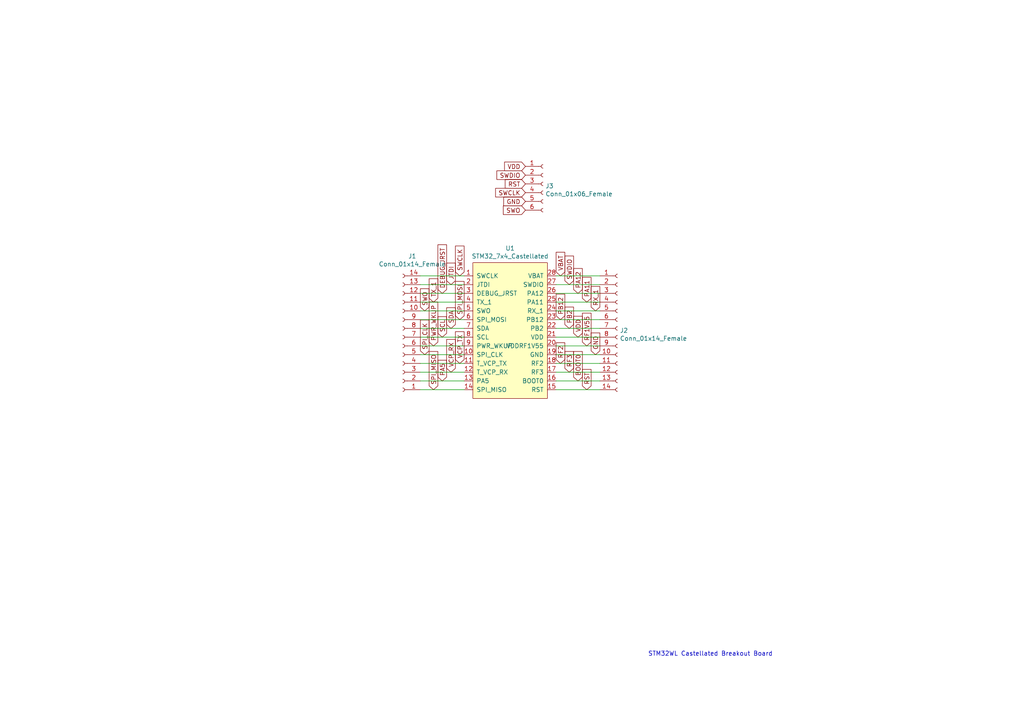
<source format=kicad_sch>
(kicad_sch (version 20211123) (generator eeschema)
  (paper "A4")
  (lib_symbols
    (symbol "Connector:Conn_01x06_Female" (pin_names (offset 1.016) hide)
      (property "Reference" "J" (at 0 7.62 0))
      (property "Value" "Conn_01x06_Female" (at 0 -10.16 0))
      (symbol "Conn_01x06_Female_1_1"
        (arc (start 0 -7.112) (mid -0.508 -7.62) (end 0 -8.128) (stroke (width 0.1524)))
        (arc (start 0 -4.572) (mid -0.508 -5.08) (end 0 -5.588) (stroke (width 0.1524)))
        (arc (start 0 -2.032) (mid -0.508 -2.54) (end 0 -3.048) (stroke (width 0.1524)))
        (polyline (pts (xy -1.27 -7.62) (xy -0.508 -7.62)) (stroke (width 0.1524)))
        (polyline (pts (xy -1.27 -5.08) (xy -0.508 -5.08)) (stroke (width 0.1524)))
        (polyline (pts (xy -1.27 -2.54) (xy -0.508 -2.54)) (stroke (width 0.1524)))
        (polyline (pts (xy -1.27 0) (xy -0.508 0)) (stroke (width 0.1524)))
        (polyline (pts (xy -1.27 2.54) (xy -0.508 2.54)) (stroke (width 0.1524)))
        (polyline (pts (xy -1.27 5.08) (xy -0.508 5.08)) (stroke (width 0.1524)))
        (arc (start 0 0.508) (mid -0.508 0) (end 0 -0.508) (stroke (width 0.1524)))
        (arc (start 0 3.048) (mid -0.508 2.54) (end 0 2.032) (stroke (width 0.1524)))
        (arc (start 0 5.588) (mid -0.508 5.08) (end 0 4.572) (stroke (width 0.1524)))
        (pin passive line (at -5.08 5.08 0) (length 3.81) (name "Pin_1") (number "1"))
        (pin passive line (at -5.08 2.54 0) (length 3.81) (name "Pin_2") (number "2"))
        (pin passive line (at -5.08 0 0) (length 3.81) (name "Pin_3") (number "3"))
        (pin passive line (at -5.08 -2.54 0) (length 3.81) (name "Pin_4") (number "4"))
        (pin passive line (at -5.08 -5.08 0) (length 3.81) (name "Pin_5") (number "5"))
        (pin passive line (at -5.08 -7.62 0) (length 3.81) (name "Pin_6") (number "6"))
      )
    )
    (symbol "Connector:Conn_01x14_Female" (pin_names (offset 1.016) hide)
      (property "Reference" "J" (at 0 17.78 0))
      (property "Value" "Conn_01x14_Female" (at 0 -20.32 0))
      (symbol "Conn_01x14_Female_1_1"
        (arc (start 0 -17.272) (mid -0.508 -17.78) (end 0 -18.288) (stroke (width 0.1524)))
        (arc (start 0 -14.732) (mid -0.508 -15.24) (end 0 -15.748) (stroke (width 0.1524)))
        (arc (start 0 -12.192) (mid -0.508 -12.7) (end 0 -13.208) (stroke (width 0.1524)))
        (arc (start 0 -9.652) (mid -0.508 -10.16) (end 0 -10.668) (stroke (width 0.1524)))
        (arc (start 0 -7.112) (mid -0.508 -7.62) (end 0 -8.128) (stroke (width 0.1524)))
        (arc (start 0 -4.572) (mid -0.508 -5.08) (end 0 -5.588) (stroke (width 0.1524)))
        (arc (start 0 -2.032) (mid -0.508 -2.54) (end 0 -3.048) (stroke (width 0.1524)))
        (polyline (pts (xy -1.27 -17.78) (xy -0.508 -17.78)) (stroke (width 0.1524)))
        (polyline (pts (xy -1.27 -15.24) (xy -0.508 -15.24)) (stroke (width 0.1524)))
        (polyline (pts (xy -1.27 -12.7) (xy -0.508 -12.7)) (stroke (width 0.1524)))
        (polyline (pts (xy -1.27 -10.16) (xy -0.508 -10.16)) (stroke (width 0.1524)))
        (polyline (pts (xy -1.27 -7.62) (xy -0.508 -7.62)) (stroke (width 0.1524)))
        (polyline (pts (xy -1.27 -5.08) (xy -0.508 -5.08)) (stroke (width 0.1524)))
        (polyline (pts (xy -1.27 -2.54) (xy -0.508 -2.54)) (stroke (width 0.1524)))
        (polyline (pts (xy -1.27 0) (xy -0.508 0)) (stroke (width 0.1524)))
        (polyline (pts (xy -1.27 2.54) (xy -0.508 2.54)) (stroke (width 0.1524)))
        (polyline (pts (xy -1.27 5.08) (xy -0.508 5.08)) (stroke (width 0.1524)))
        (polyline (pts (xy -1.27 7.62) (xy -0.508 7.62)) (stroke (width 0.1524)))
        (polyline (pts (xy -1.27 10.16) (xy -0.508 10.16)) (stroke (width 0.1524)))
        (polyline (pts (xy -1.27 12.7) (xy -0.508 12.7)) (stroke (width 0.1524)))
        (polyline (pts (xy -1.27 15.24) (xy -0.508 15.24)) (stroke (width 0.1524)))
        (arc (start 0 0.508) (mid -0.508 0) (end 0 -0.508) (stroke (width 0.1524)))
        (arc (start 0 3.048) (mid -0.508 2.54) (end 0 2.032) (stroke (width 0.1524)))
        (arc (start 0 5.588) (mid -0.508 5.08) (end 0 4.572) (stroke (width 0.1524)))
        (arc (start 0 8.128) (mid -0.508 7.62) (end 0 7.112) (stroke (width 0.1524)))
        (arc (start 0 10.668) (mid -0.508 10.16) (end 0 9.652) (stroke (width 0.1524)))
        (arc (start 0 13.208) (mid -0.508 12.7) (end 0 12.192) (stroke (width 0.1524)))
        (arc (start 0 15.748) (mid -0.508 15.24) (end 0 14.732) (stroke (width 0.1524)))
        (pin passive line (at -5.08 15.24 0) (length 3.81) (name "Pin_1") (number "1"))
        (pin passive line (at -5.08 -7.62 0) (length 3.81) (name "Pin_10") (number "10"))
        (pin passive line (at -5.08 -10.16 0) (length 3.81) (name "Pin_11") (number "11"))
        (pin passive line (at -5.08 -12.7 0) (length 3.81) (name "Pin_12") (number "12"))
        (pin passive line (at -5.08 -15.24 0) (length 3.81) (name "Pin_13") (number "13"))
        (pin passive line (at -5.08 -17.78 0) (length 3.81) (name "Pin_14") (number "14"))
        (pin passive line (at -5.08 12.7 0) (length 3.81) (name "Pin_2") (number "2"))
        (pin passive line (at -5.08 10.16 0) (length 3.81) (name "Pin_3") (number "3"))
        (pin passive line (at -5.08 7.62 0) (length 3.81) (name "Pin_4") (number "4"))
        (pin passive line (at -5.08 5.08 0) (length 3.81) (name "Pin_5") (number "5"))
        (pin passive line (at -5.08 2.54 0) (length 3.81) (name "Pin_6") (number "6"))
        (pin passive line (at -5.08 0 0) (length 3.81) (name "Pin_7") (number "7"))
        (pin passive line (at -5.08 -2.54 0) (length 3.81) (name "Pin_8") (number "8"))
        (pin passive line (at -5.08 -5.08 0) (length 3.81) (name "Pin_9") (number "9"))
      )
    )
    (symbol "symb:STM32_7x4_Castellated" (pin_names (offset 1.016))
      (property "Reference" "U" (at -5.08 -27.94 0))
      (property "Value" "STM32_7x4_Castellated" (at -5.08 15.24 0))
      (symbol "STM32_7x4_Castellated_0_1"
        (rectangle (start -16.51 13.97) (end 5.08 -25.4) (fill (type background)))
      )
      (symbol "STM32_7x4_Castellated_1_1"
        (pin input line (at -19.05 10.16 0) (length 2.54) (name "SWCLK") (number "1"))
        (pin input line (at -19.05 -12.7 0) (length 2.54) (name "SPI_CLK") (number "10"))
        (pin output line (at -19.05 -15.24 0) (length 2.54) (name "T_VCP_TX") (number "11"))
        (pin input line (at -19.05 -17.78 0) (length 2.54) (name "T_VCP_RX") (number "12"))
        (pin bidirectional line (at -19.05 -20.32 0) (length 2.54) (name "PA5") (number "13"))
        (pin input line (at -19.05 -22.86 0) (length 2.54) (name "SPI_MISO") (number "14"))
        (pin input line (at 7.62 -22.86 180) (length 2.54) (name "RST") (number "15"))
        (pin input line (at 7.62 -20.32 180) (length 2.54) (name "BOOT0") (number "16"))
        (pin output line (at 7.62 -17.78 180) (length 2.54) (name "RF3") (number "17"))
        (pin output line (at 7.62 -15.24 180) (length 2.54) (name "RF2") (number "18"))
        (pin power_in line (at 7.62 -12.7 180) (length 2.54) (name "GND") (number "19"))
        (pin bidirectional line (at -19.05 7.62 0) (length 2.54) (name "JTDI") (number "2"))
        (pin power_in line (at 7.62 -10.16 180) (length 2.54) (name "VDDRF1V55") (number "20"))
        (pin power_in line (at 7.62 -7.62 180) (length 2.54) (name "VDD") (number "21"))
        (pin bidirectional line (at 7.62 -5.08 180) (length 2.54) (name "PB2") (number "22"))
        (pin bidirectional line (at 7.62 -2.54 180) (length 2.54) (name "PB12") (number "23"))
        (pin input line (at 7.62 0 180) (length 2.54) (name "RX_1") (number "24"))
        (pin bidirectional line (at 7.62 2.54 180) (length 2.54) (name "PA11") (number "25"))
        (pin bidirectional line (at 7.62 5.08 180) (length 2.54) (name "PA12") (number "26"))
        (pin bidirectional line (at 7.62 7.62 180) (length 2.54) (name "SWDIO") (number "27"))
        (pin power_in line (at 7.62 10.16 180) (length 2.54) (name "VBAT") (number "28"))
        (pin bidirectional line (at -19.05 5.08 0) (length 2.54) (name "DEBUG_JRST") (number "3"))
        (pin output line (at -19.05 2.54 0) (length 2.54) (name "TX_1") (number "4"))
        (pin output line (at -19.05 0 0) (length 2.54) (name "SWO") (number "5"))
        (pin output line (at -19.05 -2.54 0) (length 2.54) (name "SPI_MOSI") (number "6"))
        (pin bidirectional line (at -19.05 -5.08 0) (length 2.54) (name "SDA") (number "7"))
        (pin input line (at -19.05 -7.62 0) (length 2.54) (name "SCL") (number "8"))
        (pin input line (at -19.05 -10.16 0) (length 2.54) (name "PWR_WKUP") (number "9"))
      )
    )
  )
  (wire (pts (xy 134.62 92.71) (xy 121.92 92.71)))
  (wire (pts (xy 134.62 107.95) (xy 121.92 107.95)))
  (wire (pts (xy 173.99 107.95) (xy 161.29 107.95)))
  (wire (pts (xy 173.99 82.55) (xy 161.29 82.55)))
  (wire (pts (xy 173.99 92.71) (xy 161.29 92.71)))
  (wire (pts (xy 121.92 80.01) (xy 134.62 80.01)))
  (wire (pts (xy 161.29 95.25) (xy 173.99 95.25)))
  (wire (pts (xy 161.29 110.49) (xy 173.99 110.49)))
  (wire (pts (xy 121.92 95.25) (xy 134.62 95.25)))
  (wire (pts (xy 161.29 80.01) (xy 173.99 80.01)))
  (wire (pts (xy 161.29 85.09) (xy 173.99 85.09)))
  (wire (pts (xy 161.29 105.41) (xy 173.99 105.41)))
  (wire (pts (xy 134.62 82.55) (xy 121.92 82.55)))
  (wire (pts (xy 173.99 97.79) (xy 161.29 97.79)))
  (wire (pts (xy 134.62 97.79) (xy 121.92 97.79)))
  (wire (pts (xy 173.99 113.03) (xy 161.29 113.03)))
  (wire (pts (xy 121.92 90.17) (xy 134.62 90.17)))
  (wire (pts (xy 121.92 85.09) (xy 134.62 85.09)))
  (wire (pts (xy 121.92 105.41) (xy 134.62 105.41)))
  (wire (pts (xy 161.29 90.17) (xy 173.99 90.17)))
  (wire (pts (xy 173.99 102.87) (xy 161.29 102.87)))
  (wire (pts (xy 161.29 100.33) (xy 173.99 100.33)))
  (wire (pts (xy 121.92 100.33) (xy 134.62 100.33)))
  (wire (pts (xy 121.92 110.49) (xy 134.62 110.49)))
  (wire (pts (xy 134.62 102.87) (xy 121.92 102.87)))
  (wire (pts (xy 173.99 87.63) (xy 161.29 87.63)))
  (wire (pts (xy 134.62 113.03) (xy 121.92 113.03)))
  (wire (pts (xy 134.62 87.63) (xy 121.92 87.63)))
  (text "STM32WL Castellated Breakout Board" (at 187.96 190.5 0) (effects (font (size 1.27 1.27)) (justify left bottom)))
  (global_label "SWO" (shape input) (at 123.19 90.17 90) (property "Intersheet References" "${INTERSHEET_REFS}" (effects hide)))
  (global_label "SDA" (shape input) (at 130.81 95.25 90) (property "Intersheet References" "${INTERSHEET_REFS}" (effects hide)))
  (global_label "JTDI" (shape input) (at 130.81 82.55 90) (property "Intersheet References" "${INTERSHEET_REFS}" (effects hide)))
  (global_label "SWCLK" (shape input) (at 133.35 80.01 90) (property "Intersheet References" "${INTERSHEET_REFS}" (effects hide)))
  (global_label "RST" (shape input) (at 170.18 113.03 90) (property "Intersheet References" "${INTERSHEET_REFS}" (effects hide)))
  (global_label "VBAT" (shape input) (at 162.56 80.01 90) (property "Intersheet References" "${INTERSHEET_REFS}" (effects hide)))
  (global_label "PWR_WKUP" (shape input) (at 125.73 100.33 90) (property "Intersheet References" "${INTERSHEET_REFS}" (effects hide)))
  (global_label "VDD" (shape input) (at 152.4 48.26 180) (property "Intersheet References" "${INTERSHEET_REFS}" (effects hide)))
  (global_label "VCP_TX" (shape input) (at 133.35 105.41 90) (property "Intersheet References" "${INTERSHEET_REFS}" (effects hide)))
  (global_label "TX_1" (shape input) (at 125.73 87.63 90) (property "Intersheet References" "${INTERSHEET_REFS}" (effects hide)))
  (global_label "PA11" (shape input) (at 170.18 87.63 90) (property "Intersheet References" "${INTERSHEET_REFS}" (effects hide)))
  (global_label "BOOT0" (shape input) (at 167.64 110.49 90) (property "Intersheet References" "${INTERSHEET_REFS}" (effects hide)))
  (global_label "PA12" (shape input) (at 167.64 85.09 90) (property "Intersheet References" "${INTERSHEET_REFS}" (effects hide)))
  (global_label "PA5" (shape input) (at 128.27 110.49 90) (property "Intersheet References" "${INTERSHEET_REFS}" (effects hide)))
  (global_label "VDD" (shape input) (at 167.64 97.79 90) (property "Intersheet References" "${INTERSHEET_REFS}" (effects hide)))
  (global_label "SWO" (shape input) (at 152.4 60.96 180) (property "Intersheet References" "${INTERSHEET_REFS}" (effects hide)))
  (global_label "DEBUG_JRST" (shape input) (at 128.27 85.09 90) (property "Intersheet References" "${INTERSHEET_REFS}" (effects hide)))
  (global_label "RST" (shape input) (at 152.4 53.34 180) (property "Intersheet References" "${INTERSHEET_REFS}" (effects hide)))
  (global_label "SWCLK" (shape input) (at 152.4 55.88 180) (property "Intersheet References" "${INTERSHEET_REFS}" (effects hide)))
  (global_label "PB2" (shape input) (at 165.1 95.25 90) (property "Intersheet References" "${INTERSHEET_REFS}" (effects hide)))
  (global_label "RF1V55" (shape input) (at 170.18 100.33 90) (property "Intersheet References" "${INTERSHEET_REFS}" (effects hide)))
  (global_label "RF2" (shape input) (at 162.56 105.41 90) (property "Intersheet References" "${INTERSHEET_REFS}" (effects hide)))
  (global_label "RX_1" (shape input) (at 172.72 90.17 90) (property "Intersheet References" "${INTERSHEET_REFS}" (effects hide)))
  (global_label "SWDIO" (shape input) (at 165.1 82.55 90) (property "Intersheet References" "${INTERSHEET_REFS}" (effects hide)))
  (global_label "VCP_RX" (shape input) (at 130.81 107.95 90) (property "Intersheet References" "${INTERSHEET_REFS}" (effects hide)))
  (global_label "SPI_MOSI" (shape input) (at 133.35 92.71 90) (property "Intersheet References" "${INTERSHEET_REFS}" (effects hide)))
  (global_label "PB12" (shape input) (at 162.56 92.71 90) (property "Intersheet References" "${INTERSHEET_REFS}" (effects hide)))
  (global_label "SWDIO" (shape input) (at 152.4 50.8 180) (property "Intersheet References" "${INTERSHEET_REFS}" (effects hide)))
  (global_label "SPI_CLK" (shape input) (at 123.19 102.87 90) (property "Intersheet References" "${INTERSHEET_REFS}" (effects hide)))
  (global_label "GND" (shape input) (at 172.72 102.87 90) (property "Intersheet References" "${INTERSHEET_REFS}" (effects hide)))
  (global_label "GND" (shape input) (at 152.4 58.42 180) (property "Intersheet References" "${INTERSHEET_REFS}" (effects hide)))
  (global_label "RF3" (shape input) (at 165.1 107.95 90) (property "Intersheet References" "${INTERSHEET_REFS}" (effects hide)))
  (global_label "SCL" (shape input) (at 128.27 97.79 90) (property "Intersheet References" "${INTERSHEET_REFS}" (effects hide)))
  (global_label "SPI_MISO" (shape input) (at 125.73 113.03 90) (property "Intersheet References" "${INTERSHEET_REFS}" (effects hide)))
  (symbol (lib_id "symb:STM32_7x4_Castellated") (at 153.67 90.17 0) (unit 1)
    (property "Reference" "U1" (at 147.955 72.009 0))
    (property "Value" "STM32_7x4_Castellated" (at 147.955 74.3204 0))
    (property "Footprint" "castellated_breakout:7x4_Castellated" (effects hide))
  )
  (symbol (lib_id "Connector:Conn_01x14_Female") (at 116.84 97.79 180) (unit 1)
    (property "Reference" "J1" (at 119.5832 74.295 0))
    (property "Value" "Conn_01x14_Female" (at 119.5832 76.6064 0))
    (property "Footprint" "Connector_PinSocket_2.54mm:PinSocket_1x14_P2.54mm_Vertical" (effects hide))
  )
  (symbol (lib_id "Connector:Conn_01x14_Female") (at 179.07 95.25 0) (unit 1)
    (property "Reference" "J2" (at 179.7812 95.8596 0) (effects (justify left)))
    (property "Value" "Conn_01x14_Female" (at 179.7812 98.171 0) (effects (justify left)))
    (property "Footprint" "Connector_PinSocket_2.54mm:PinSocket_1x14_P2.54mm_Vertical" (effects hide))
  )
  (symbol (lib_id "Connector:Conn_01x06_Female") (at 157.48 53.34 0) (unit 1)
    (property "Reference" "J3" (at 158.1912 53.9496 0) (effects (justify left)))
    (property "Value" "Conn_01x06_Female" (at 158.1912 56.261 0) (effects (justify left)))
    (property "Footprint" "Connector:Tag-Connect_TC2030-IDC-FP_2x03_P1.27mm_Vertical" (effects hide))
  )
)
</source>
